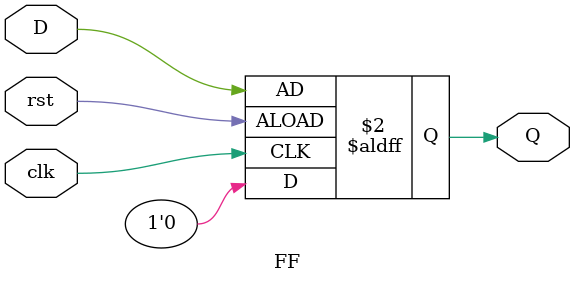
<source format=v>
`timescale 1ns / 1ps




module FF(
    input wire clk, // clock
    input wire rst, // reset
    input wire D, // in 
    output reg Q
    );
    
always @(posedge clk, negedge rst)
begin
    if(rst)
       Q <= 0;
       else
       Q <= D;
end

endmodule

</source>
